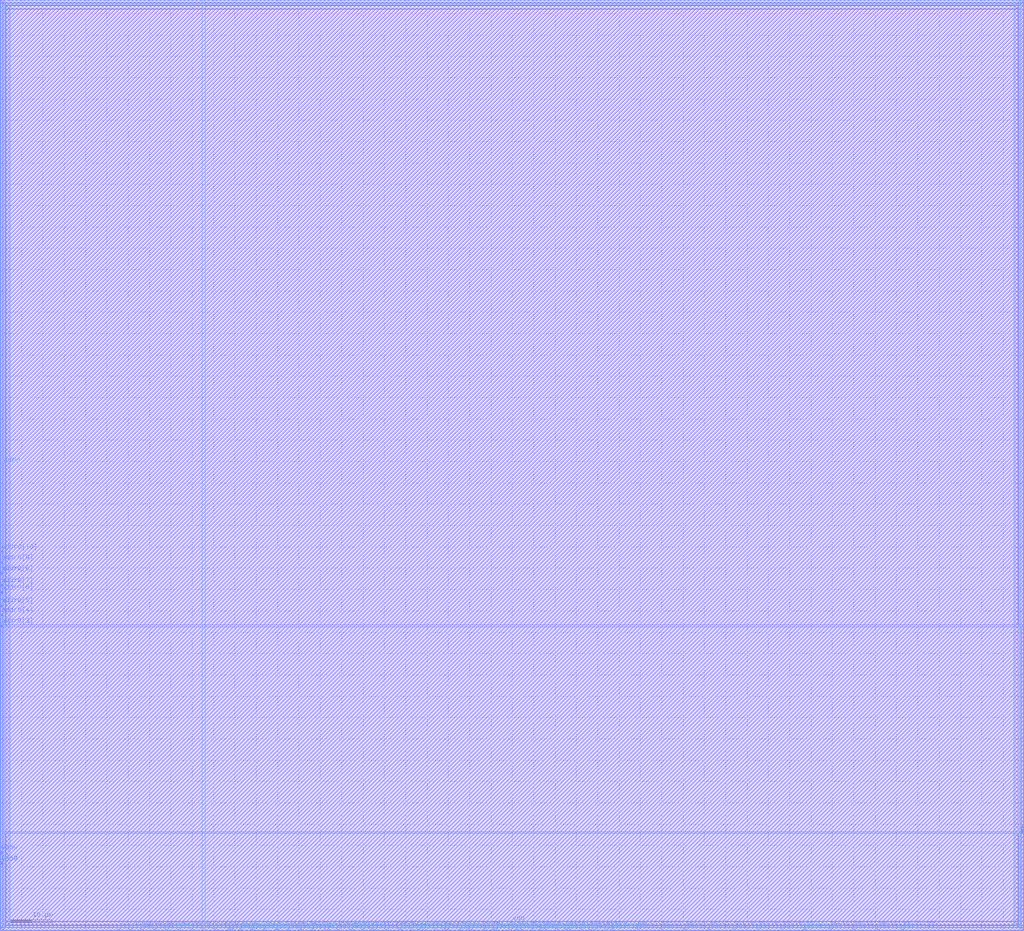
<source format=lef>
VERSION 5.4 ;
NAMESCASESENSITIVE ON ;
BUSBITCHARS "[]" ;
DIVIDERCHAR "/" ;
UNITS
  DATABASE MICRONS 2000 ;
END UNITS
MACRO freepdk45_sram_4kbytes_1rw_32x1024_8
   CLASS BLOCK ;
   SIZE 239.82 BY 218.26 ;
   SYMMETRY X Y R90 ;
   PIN din0[0]
      DIRECTION INPUT ;
      PORT
         LAYER metal4 ;
         RECT  47.6 0.0 47.74 0.42 ;
      END
   END din0[0]
   PIN din0[1]
      DIRECTION INPUT ;
      PORT
         LAYER metal4 ;
         RECT  50.4 0.0 50.54 0.42 ;
      END
   END din0[1]
   PIN din0[2]
      DIRECTION INPUT ;
      PORT
         LAYER metal4 ;
         RECT  53.48 0.0 53.62 0.42 ;
      END
   END din0[2]
   PIN din0[3]
      DIRECTION INPUT ;
      PORT
         LAYER metal4 ;
         RECT  56.28 0.0 56.42 0.42 ;
      END
   END din0[3]
   PIN din0[4]
      DIRECTION INPUT ;
      PORT
         LAYER metal4 ;
         RECT  58.8 0.0 58.94 0.42 ;
      END
   END din0[4]
   PIN din0[5]
      DIRECTION INPUT ;
      PORT
         LAYER metal4 ;
         RECT  61.88 0.0 62.02 0.42 ;
      END
   END din0[5]
   PIN din0[6]
      DIRECTION INPUT ;
      PORT
         LAYER metal4 ;
         RECT  64.96 0.0 65.1 0.42 ;
      END
   END din0[6]
   PIN din0[7]
      DIRECTION INPUT ;
      PORT
         LAYER metal4 ;
         RECT  67.48 0.0 67.62 0.42 ;
      END
   END din0[7]
   PIN din0[8]
      DIRECTION INPUT ;
      PORT
         LAYER metal4 ;
         RECT  70.56 0.0 70.7 0.42 ;
      END
   END din0[8]
   PIN din0[9]
      DIRECTION INPUT ;
      PORT
         LAYER metal4 ;
         RECT  73.08 0.0 73.22 0.42 ;
      END
   END din0[9]
   PIN din0[10]
      DIRECTION INPUT ;
      PORT
         LAYER metal4 ;
         RECT  76.16 0.0 76.3 0.42 ;
      END
   END din0[10]
   PIN din0[11]
      DIRECTION INPUT ;
      PORT
         LAYER metal4 ;
         RECT  78.96 0.0 79.1 0.42 ;
      END
   END din0[11]
   PIN din0[12]
      DIRECTION INPUT ;
      PORT
         LAYER metal4 ;
         RECT  82.04 0.0 82.18 0.42 ;
      END
   END din0[12]
   PIN din0[13]
      DIRECTION INPUT ;
      PORT
         LAYER metal4 ;
         RECT  84.84 0.0 84.98 0.42 ;
      END
   END din0[13]
   PIN din0[14]
      DIRECTION INPUT ;
      PORT
         LAYER metal4 ;
         RECT  87.64 0.0 87.78 0.42 ;
      END
   END din0[14]
   PIN din0[15]
      DIRECTION INPUT ;
      PORT
         LAYER metal4 ;
         RECT  90.44 0.0 90.58 0.42 ;
      END
   END din0[15]
   PIN din0[16]
      DIRECTION INPUT ;
      PORT
         LAYER metal4 ;
         RECT  93.52 0.0 93.66 0.42 ;
      END
   END din0[16]
   PIN din0[17]
      DIRECTION INPUT ;
      PORT
         LAYER metal4 ;
         RECT  96.32 0.0 96.46 0.42 ;
      END
   END din0[17]
   PIN din0[18]
      DIRECTION INPUT ;
      PORT
         LAYER metal4 ;
         RECT  99.12 0.0 99.26 0.42 ;
      END
   END din0[18]
   PIN din0[19]
      DIRECTION INPUT ;
      PORT
         LAYER metal4 ;
         RECT  101.92 0.0 102.06 0.42 ;
      END
   END din0[19]
   PIN din0[20]
      DIRECTION INPUT ;
      PORT
         LAYER metal4 ;
         RECT  104.72 0.0 104.86 0.42 ;
      END
   END din0[20]
   PIN din0[21]
      DIRECTION INPUT ;
      PORT
         LAYER metal4 ;
         RECT  107.8 0.0 107.94 0.42 ;
      END
   END din0[21]
   PIN din0[22]
      DIRECTION INPUT ;
      PORT
         LAYER metal4 ;
         RECT  110.32 0.0 110.46 0.42 ;
      END
   END din0[22]
   PIN din0[23]
      DIRECTION INPUT ;
      PORT
         LAYER metal4 ;
         RECT  113.4 0.0 113.54 0.42 ;
      END
   END din0[23]
   PIN din0[24]
      DIRECTION INPUT ;
      PORT
         LAYER metal4 ;
         RECT  116.2 0.0 116.34 0.42 ;
      END
   END din0[24]
   PIN din0[25]
      DIRECTION INPUT ;
      PORT
         LAYER metal4 ;
         RECT  119.28 0.0 119.42 0.42 ;
      END
   END din0[25]
   PIN din0[26]
      DIRECTION INPUT ;
      PORT
         LAYER metal4 ;
         RECT  122.08 0.0 122.22 0.42 ;
      END
   END din0[26]
   PIN din0[27]
      DIRECTION INPUT ;
      PORT
         LAYER metal4 ;
         RECT  124.6 0.0 124.74 0.42 ;
      END
   END din0[27]
   PIN din0[28]
      DIRECTION INPUT ;
      PORT
         LAYER metal4 ;
         RECT  127.68 0.0 127.82 0.42 ;
      END
   END din0[28]
   PIN din0[29]
      DIRECTION INPUT ;
      PORT
         LAYER metal4 ;
         RECT  130.48 0.0 130.62 0.42 ;
      END
   END din0[29]
   PIN din0[30]
      DIRECTION INPUT ;
      PORT
         LAYER metal4 ;
         RECT  133.28 0.0 133.42 0.42 ;
      END
   END din0[30]
   PIN din0[31]
      DIRECTION INPUT ;
      PORT
         LAYER metal4 ;
         RECT  136.08 0.0 136.22 0.42 ;
      END
   END din0[31]
   PIN din0[32]
      DIRECTION INPUT ;
      PORT
         LAYER metal4 ;
         RECT  139.16 0.0 139.3 0.42 ;
      END
   END din0[32]
   PIN addr0[0]
      DIRECTION INPUT ;
      PORT
         LAYER metal4 ;
         RECT  27.72 0.0 27.86 0.42 ;
      END
   END addr0[0]
   PIN addr0[1]
      DIRECTION INPUT ;
      PORT
         LAYER metal4 ;
         RECT  30.52 0.0 30.66 0.42 ;
      END
   END addr0[1]
   PIN addr0[2]
      DIRECTION INPUT ;
      PORT
         LAYER metal4 ;
         RECT  33.04 0.0 33.18 0.42 ;
      END
   END addr0[2]
   PIN addr0[3]
      DIRECTION INPUT ;
      PORT
         LAYER metal3 ;
         RECT  0.0 71.4 0.42 71.54 ;
      END
   END addr0[3]
   PIN addr0[4]
      DIRECTION INPUT ;
      PORT
         LAYER metal3 ;
         RECT  0.0 73.92 0.42 74.06 ;
      END
   END addr0[4]
   PIN addr0[5]
      DIRECTION INPUT ;
      PORT
         LAYER metal3 ;
         RECT  0.0 76.16 0.42 76.3 ;
      END
   END addr0[5]
   PIN addr0[6]
      DIRECTION INPUT ;
      PORT
         LAYER metal3 ;
         RECT  0.0 79.24 0.42 79.38 ;
      END
   END addr0[6]
   PIN addr0[7]
      DIRECTION INPUT ;
      PORT
         LAYER metal3 ;
         RECT  0.0 80.92 0.42 81.06 ;
      END
   END addr0[7]
   PIN addr0[8]
      DIRECTION INPUT ;
      PORT
         LAYER metal3 ;
         RECT  0.0 83.72 0.42 83.86 ;
      END
   END addr0[8]
   PIN addr0[9]
      DIRECTION INPUT ;
      PORT
         LAYER metal3 ;
         RECT  0.0 86.24 0.42 86.38 ;
      END
   END addr0[9]
   PIN addr0[10]
      DIRECTION INPUT ;
      PORT
         LAYER metal3 ;
         RECT  0.0 88.76 0.42 88.9 ;
      END
   END addr0[10]
   PIN csb0
      DIRECTION INPUT ;
      PORT
         LAYER metal3 ;
         RECT  0.0 15.68 0.42 15.82 ;
      END
   END csb0
   PIN web0
      DIRECTION INPUT ;
      PORT
         LAYER metal3 ;
         RECT  0.0 18.2 0.42 18.34 ;
      END
   END web0
   PIN clk0
      DIRECTION INPUT ;
      PORT
         LAYER metal3 ;
         RECT  0.0 15.96 0.42 16.1 ;
      END
   END clk0
   PIN wmask0[0]
      DIRECTION INPUT ;
      PORT
         LAYER metal4 ;
         RECT  36.12 0.0 36.26 0.42 ;
      END
   END wmask0[0]
   PIN wmask0[1]
      DIRECTION INPUT ;
      PORT
         LAYER metal4 ;
         RECT  38.92 0.0 39.06 0.42 ;
      END
   END wmask0[1]
   PIN wmask0[2]
      DIRECTION INPUT ;
      PORT
         LAYER metal4 ;
         RECT  41.72 0.0 41.86 0.42 ;
      END
   END wmask0[2]
   PIN wmask0[3]
      DIRECTION INPUT ;
      PORT
         LAYER metal4 ;
         RECT  44.8 0.0 44.94 0.42 ;
      END
   END wmask0[3]
   PIN spare_wen0
      DIRECTION INPUT ;
      PORT
         LAYER metal4 ;
         RECT  141.96 0.0 142.1 0.42 ;
      END
   END spare_wen0
   PIN dout0[0]
      DIRECTION OUTPUT ;
      PORT
         LAYER metal4 ;
         RECT  54.32 0.0 54.46 0.42 ;
      END
   END dout0[0]
   PIN dout0[1]
      DIRECTION OUTPUT ;
      PORT
         LAYER metal4 ;
         RECT  59.08 0.0 59.22 0.42 ;
      END
   END dout0[1]
   PIN dout0[2]
      DIRECTION OUTPUT ;
      PORT
         LAYER metal4 ;
         RECT  64.68 0.0 64.82 0.42 ;
      END
   END dout0[2]
   PIN dout0[3]
      DIRECTION OUTPUT ;
      PORT
         LAYER metal4 ;
         RECT  70.28 0.0 70.42 0.42 ;
      END
   END dout0[3]
   PIN dout0[4]
      DIRECTION OUTPUT ;
      PORT
         LAYER metal4 ;
         RECT  76.72 0.0 76.86 0.42 ;
      END
   END dout0[4]
   PIN dout0[5]
      DIRECTION OUTPUT ;
      PORT
         LAYER metal4 ;
         RECT  82.32 0.0 82.46 0.42 ;
      END
   END dout0[5]
   PIN dout0[6]
      DIRECTION OUTPUT ;
      PORT
         LAYER metal4 ;
         RECT  86.8 0.0 86.94 0.42 ;
      END
   END dout0[6]
   PIN dout0[7]
      DIRECTION OUTPUT ;
      PORT
         LAYER metal4 ;
         RECT  93.8 0.0 93.94 0.42 ;
      END
   END dout0[7]
   PIN dout0[8]
      DIRECTION OUTPUT ;
      PORT
         LAYER metal4 ;
         RECT  98.0 0.0 98.14 0.42 ;
      END
   END dout0[8]
   PIN dout0[9]
      DIRECTION OUTPUT ;
      PORT
         LAYER metal4 ;
         RECT  103.88 0.0 104.02 0.42 ;
      END
   END dout0[9]
   PIN dout0[10]
      DIRECTION OUTPUT ;
      PORT
         LAYER metal4 ;
         RECT  109.48 0.0 109.62 0.42 ;
      END
   END dout0[10]
   PIN dout0[11]
      DIRECTION OUTPUT ;
      PORT
         LAYER metal4 ;
         RECT  115.36 0.0 115.5 0.42 ;
      END
   END dout0[11]
   PIN dout0[12]
      DIRECTION OUTPUT ;
      PORT
         LAYER metal4 ;
         RECT  120.96 0.0 121.1 0.42 ;
      END
   END dout0[12]
   PIN dout0[13]
      DIRECTION OUTPUT ;
      PORT
         LAYER metal4 ;
         RECT  126.56 0.0 126.7 0.42 ;
      END
   END dout0[13]
   PIN dout0[14]
      DIRECTION OUTPUT ;
      PORT
         LAYER metal4 ;
         RECT  132.44 0.0 132.58 0.42 ;
      END
   END dout0[14]
   PIN dout0[15]
      DIRECTION OUTPUT ;
      PORT
         LAYER metal4 ;
         RECT  138.04 0.0 138.18 0.42 ;
      END
   END dout0[15]
   PIN dout0[16]
      DIRECTION OUTPUT ;
      PORT
         LAYER metal4 ;
         RECT  143.36 0.0 143.5 0.42 ;
      END
   END dout0[16]
   PIN dout0[17]
      DIRECTION OUTPUT ;
      PORT
         LAYER metal4 ;
         RECT  149.24 0.0 149.38 0.42 ;
      END
   END dout0[17]
   PIN dout0[18]
      DIRECTION OUTPUT ;
      PORT
         LAYER metal4 ;
         RECT  154.84 0.0 154.98 0.42 ;
      END
   END dout0[18]
   PIN dout0[19]
      DIRECTION OUTPUT ;
      PORT
         LAYER metal4 ;
         RECT  160.44 0.0 160.58 0.42 ;
      END
   END dout0[19]
   PIN dout0[20]
      DIRECTION OUTPUT ;
      PORT
         LAYER metal4 ;
         RECT  166.04 0.0 166.18 0.42 ;
      END
   END dout0[20]
   PIN dout0[21]
      DIRECTION OUTPUT ;
      PORT
         LAYER metal4 ;
         RECT  171.92 0.0 172.06 0.42 ;
      END
   END dout0[21]
   PIN dout0[22]
      DIRECTION OUTPUT ;
      PORT
         LAYER metal4 ;
         RECT  177.52 0.0 177.66 0.42 ;
      END
   END dout0[22]
   PIN dout0[23]
      DIRECTION OUTPUT ;
      PORT
         LAYER metal4 ;
         RECT  183.12 0.0 183.26 0.42 ;
      END
   END dout0[23]
   PIN dout0[24]
      DIRECTION OUTPUT ;
      PORT
         LAYER metal4 ;
         RECT  188.44 0.0 188.58 0.42 ;
      END
   END dout0[24]
   PIN dout0[25]
      DIRECTION OUTPUT ;
      PORT
         LAYER metal4 ;
         RECT  194.32 0.0 194.46 0.42 ;
      END
   END dout0[25]
   PIN dout0[26]
      DIRECTION OUTPUT ;
      PORT
         LAYER metal4 ;
         RECT  199.92 0.0 200.06 0.42 ;
      END
   END dout0[26]
   PIN dout0[27]
      DIRECTION OUTPUT ;
      PORT
         LAYER metal4 ;
         RECT  205.52 0.0 205.66 0.42 ;
      END
   END dout0[27]
   PIN dout0[28]
      DIRECTION OUTPUT ;
      PORT
         LAYER metal4 ;
         RECT  211.4 0.0 211.54 0.42 ;
      END
   END dout0[28]
   PIN dout0[29]
      DIRECTION OUTPUT ;
      PORT
         LAYER metal3 ;
         RECT  239.4 22.96 239.82 23.1 ;
      END
   END dout0[29]
   PIN dout0[30]
      DIRECTION OUTPUT ;
      PORT
         LAYER metal3 ;
         RECT  239.4 24.08 239.82 24.22 ;
      END
   END dout0[30]
   PIN dout0[31]
      DIRECTION OUTPUT ;
      PORT
         LAYER metal3 ;
         RECT  239.4 23.24 239.82 23.38 ;
      END
   END dout0[31]
   PIN dout0[32]
      DIRECTION OUTPUT ;
      PORT
         LAYER metal3 ;
         RECT  239.4 23.52 239.82 23.66 ;
      END
   END dout0[32]
   PIN vdd
      DIRECTION INOUT ;
      USE POWER ; 
      SHAPE ABUTMENT ; 
      PORT
         LAYER metal3 ;
         RECT  1.4 216.16 238.42 216.86 ;
         LAYER metal4 ;
         RECT  237.72 1.4 238.42 216.86 ;
         LAYER metal4 ;
         RECT  1.4 1.4 2.1 216.86 ;
         LAYER metal3 ;
         RECT  1.4 1.4 238.42 2.1 ;
      END
   END vdd
   PIN gnd
      DIRECTION INOUT ;
      USE GROUND ; 
      SHAPE ABUTMENT ; 
      PORT
         LAYER metal3 ;
         RECT  0.0 0.0 239.82 0.7 ;
         LAYER metal4 ;
         RECT  239.12 0.0 239.82 218.26 ;
         LAYER metal4 ;
         RECT  0.0 0.0 0.7 218.26 ;
         LAYER metal3 ;
         RECT  0.0 217.56 239.82 218.26 ;
      END
   END gnd
   OBS
   LAYER  metal1 ;
      RECT  0.14 0.14 239.68 218.12 ;
   LAYER  metal2 ;
      RECT  0.14 0.14 239.68 218.12 ;
   LAYER  metal3 ;
      RECT  0.56 71.26 239.68 71.68 ;
      RECT  0.14 71.68 0.56 73.78 ;
      RECT  0.14 74.2 0.56 76.02 ;
      RECT  0.14 76.44 0.56 79.1 ;
      RECT  0.14 79.52 0.56 80.78 ;
      RECT  0.14 81.2 0.56 83.58 ;
      RECT  0.14 84.0 0.56 86.1 ;
      RECT  0.14 86.52 0.56 88.62 ;
      RECT  0.14 18.48 0.56 71.26 ;
      RECT  0.14 16.24 0.56 18.06 ;
      RECT  0.56 22.82 239.26 23.24 ;
      RECT  0.56 23.24 239.26 71.26 ;
      RECT  239.26 24.36 239.68 71.26 ;
      RECT  239.26 23.8 239.68 23.94 ;
      RECT  0.56 71.68 1.26 216.02 ;
      RECT  0.56 216.02 1.26 217.0 ;
      RECT  1.26 71.68 238.56 216.02 ;
      RECT  238.56 71.68 239.68 216.02 ;
      RECT  238.56 216.02 239.68 217.0 ;
      RECT  0.56 1.26 1.26 2.24 ;
      RECT  0.56 2.24 1.26 22.82 ;
      RECT  1.26 2.24 238.56 22.82 ;
      RECT  238.56 1.26 239.26 2.24 ;
      RECT  238.56 2.24 239.26 22.82 ;
      RECT  0.14 0.84 0.56 15.54 ;
      RECT  239.26 0.84 239.68 22.82 ;
      RECT  0.56 0.84 1.26 1.26 ;
      RECT  1.26 0.84 238.56 1.26 ;
      RECT  238.56 0.84 239.26 1.26 ;
      RECT  0.14 89.04 0.56 217.42 ;
      RECT  0.56 217.0 1.26 217.42 ;
      RECT  1.26 217.0 238.56 217.42 ;
      RECT  238.56 217.0 239.68 217.42 ;
   LAYER  metal4 ;
      RECT  47.32 0.7 48.02 218.12 ;
      RECT  48.02 0.14 50.12 0.7 ;
      RECT  50.82 0.14 53.2 0.7 ;
      RECT  56.7 0.14 58.52 0.7 ;
      RECT  65.38 0.14 67.2 0.7 ;
      RECT  70.98 0.14 72.8 0.7 ;
      RECT  73.5 0.14 75.88 0.7 ;
      RECT  79.38 0.14 81.76 0.7 ;
      RECT  88.06 0.14 90.16 0.7 ;
      RECT  90.86 0.14 93.24 0.7 ;
      RECT  99.54 0.14 101.64 0.7 ;
      RECT  105.14 0.14 107.52 0.7 ;
      RECT  110.74 0.14 113.12 0.7 ;
      RECT  116.62 0.14 119.0 0.7 ;
      RECT  122.5 0.14 124.32 0.7 ;
      RECT  128.1 0.14 130.2 0.7 ;
      RECT  133.7 0.14 135.8 0.7 ;
      RECT  28.14 0.14 30.24 0.7 ;
      RECT  30.94 0.14 32.76 0.7 ;
      RECT  33.46 0.14 35.84 0.7 ;
      RECT  36.54 0.14 38.64 0.7 ;
      RECT  39.34 0.14 41.44 0.7 ;
      RECT  42.14 0.14 44.52 0.7 ;
      RECT  45.22 0.14 47.32 0.7 ;
      RECT  139.58 0.14 141.68 0.7 ;
      RECT  53.9 0.14 54.04 0.7 ;
      RECT  54.74 0.14 56.0 0.7 ;
      RECT  59.5 0.14 61.6 0.7 ;
      RECT  62.3 0.14 64.4 0.7 ;
      RECT  67.9 0.14 70.0 0.7 ;
      RECT  77.14 0.14 78.68 0.7 ;
      RECT  82.74 0.14 84.56 0.7 ;
      RECT  85.26 0.14 86.52 0.7 ;
      RECT  87.22 0.14 87.36 0.7 ;
      RECT  94.22 0.14 96.04 0.7 ;
      RECT  96.74 0.14 97.72 0.7 ;
      RECT  98.42 0.14 98.84 0.7 ;
      RECT  102.34 0.14 103.6 0.7 ;
      RECT  104.3 0.14 104.44 0.7 ;
      RECT  108.22 0.14 109.2 0.7 ;
      RECT  109.9 0.14 110.04 0.7 ;
      RECT  113.82 0.14 115.08 0.7 ;
      RECT  115.78 0.14 115.92 0.7 ;
      RECT  119.7 0.14 120.68 0.7 ;
      RECT  121.38 0.14 121.8 0.7 ;
      RECT  125.02 0.14 126.28 0.7 ;
      RECT  126.98 0.14 127.4 0.7 ;
      RECT  130.9 0.14 132.16 0.7 ;
      RECT  132.86 0.14 133.0 0.7 ;
      RECT  136.5 0.14 137.76 0.7 ;
      RECT  138.46 0.14 138.88 0.7 ;
      RECT  142.38 0.14 143.08 0.7 ;
      RECT  143.78 0.14 148.96 0.7 ;
      RECT  149.66 0.14 154.56 0.7 ;
      RECT  155.26 0.14 160.16 0.7 ;
      RECT  160.86 0.14 165.76 0.7 ;
      RECT  166.46 0.14 171.64 0.7 ;
      RECT  172.34 0.14 177.24 0.7 ;
      RECT  177.94 0.14 182.84 0.7 ;
      RECT  183.54 0.14 188.16 0.7 ;
      RECT  188.86 0.14 194.04 0.7 ;
      RECT  194.74 0.14 199.64 0.7 ;
      RECT  200.34 0.14 205.24 0.7 ;
      RECT  205.94 0.14 211.12 0.7 ;
      RECT  48.02 0.7 237.44 1.12 ;
      RECT  48.02 1.12 237.44 217.14 ;
      RECT  48.02 217.14 237.44 218.12 ;
      RECT  237.44 0.7 238.7 1.12 ;
      RECT  237.44 217.14 238.7 218.12 ;
      RECT  1.12 0.7 2.38 1.12 ;
      RECT  1.12 217.14 2.38 218.12 ;
      RECT  2.38 0.7 47.32 1.12 ;
      RECT  2.38 1.12 47.32 217.14 ;
      RECT  2.38 217.14 47.32 218.12 ;
      RECT  211.82 0.14 238.84 0.7 ;
      RECT  238.7 0.7 238.84 1.12 ;
      RECT  238.7 1.12 238.84 217.14 ;
      RECT  238.7 217.14 238.84 218.12 ;
      RECT  0.98 0.14 27.44 0.7 ;
      RECT  0.98 0.7 1.12 1.12 ;
      RECT  0.98 1.12 1.12 217.14 ;
      RECT  0.98 217.14 1.12 218.12 ;
   END
END    freepdk45_sram_4kbytes_1rw_32x1024_8
END    LIBRARY

</source>
